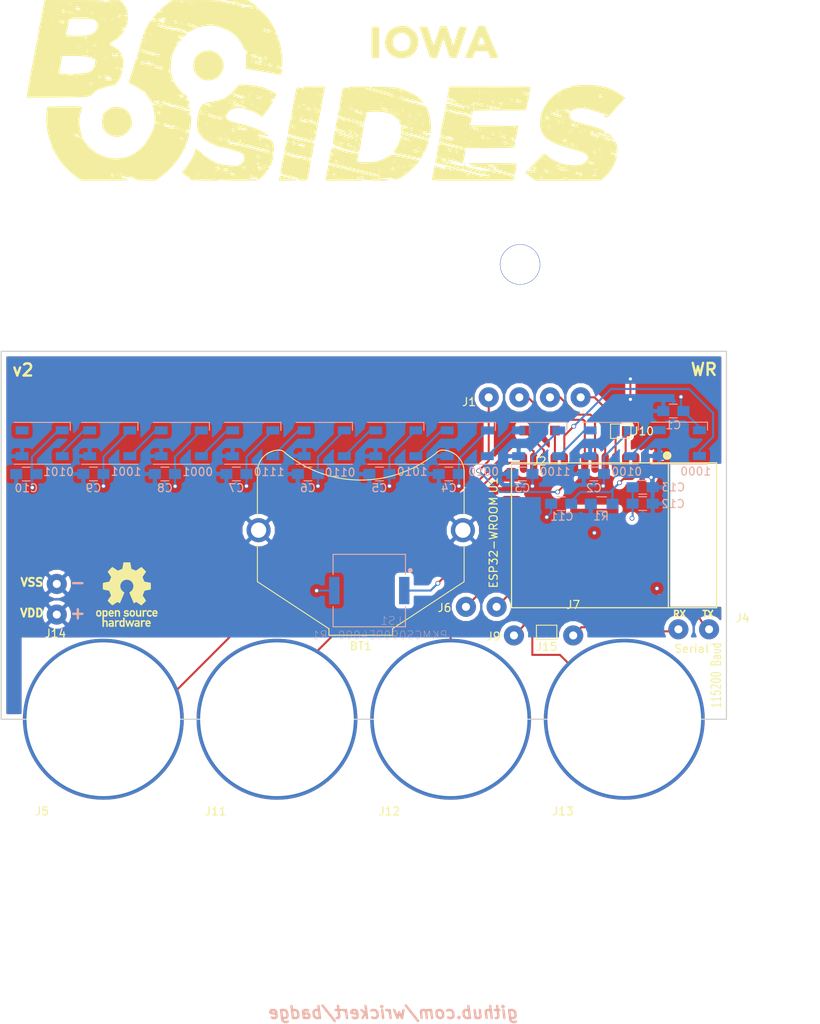
<source format=kicad_pcb>
(kicad_pcb (version 20171130) (host pcbnew 5.0.1)
  (layers (0 F.Cu signal) (31 B.Cu signal) (34 B.Paste user) (35 F.Paste user) (36 B.SilkS user) (37 F.SilkS user) (38 B.Mask user) (39 F.Mask user hide) (44 Edge.Cuts user))
  (net 0 "")
  (net 1 VDD)
  (net 2 VSS)
  (net 3 SPI)
  (net 4 "Net-(LED1-Pad2)")
  (net 5 "Net-(LED2-Pad2)")
  (net 6 "Net-(LED3-Pad2)")
  (net 7 "Net-(LED4-Pad2)")
  (net 8 "Net-(LED5-Pad2)")
  (net 9 "Net-(LED6-Pad2)")
  (net 10 "Net-(LED7-Pad2)")
  (net 11 "Net-(LED8-Pad2)")
  (net 12 "Net-(LED10-Pad4)")
  (net 13 "Net-(LED10-Pad2)")
  (net 14 IO23)
  (net 15 IO22)
  (net 16 TX)
  (net 17 RX)
  (net 18 IO21)
  (net 19 "Net-(U1-Pad32)")
  (net 20 IO19)
  (net 21 IO18)
  (net 22 IO5)
  (net 23 IO17)
  (net 24 IO16)
  (net 25 P0)
  (net 26 IO0)
  (net 27 P3)
  (net 28 SD1)
  (net 29 SD0)
  (net 30 CLK)
  (net 31 CMD)
  (net 32 SD3)
  (net 33 SD2)
  (net 34 IO13)
  (net 35 P1)
  (net 36 IO27)
  (net 37 IO26)
  (net 38 IO33)
  (net 39 IO32)
  (net 40 IO35)
  (net 41 IO34)
  (net 42 VN)
  (net 43 VP)
  (net 44 "Net-(C11-Pad1)")
  (net 45 P2)
  (net 46 GND)
  (module ESP32-footprints-Lib:ESP32-WROOM (layer F.Cu) (at 157.48 119.38 90)
    (fp_text reference U1 (at 6.223 -14.986 90) (layer F.SilkS))
    (fp_text value ESP32-WROOM)
    (fp_text user ESP32-WROOM (at -0.889 -14.986 270) (layer F.SilkS))
    (pad 38 smd oval (at -9 5.25 90) (size 2.5 0.9) (layers F.Cu F.Paste F.Mask) (net 2 VSS))
    (pad 37 smd oval (at -9 3.98 90) (size 2.5 0.9) (layers F.Cu F.Paste F.Mask) (net 14 IO23))
    (pad 36 smd oval (at -9 2.71 90) (size 2.5 0.9) (layers F.Cu F.Paste F.Mask) (net 15 IO22))
    (pad 35 smd oval (at -9 1.44 90) (size 2.5 0.9) (layers F.Cu F.Paste F.Mask) (net 16 TX))
    (pad 34 smd oval (at -9 0.17 90) (size 2.5 0.9) (layers F.Cu F.Paste F.Mask) (net 17 RX))
    (pad 33 smd oval (at -9 -1.1 90) (size 2.5 0.9) (layers F.Cu F.Paste F.Mask) (net 18 IO21))
    (pad 32 smd oval (at -9 -2.37 90) (size 2.5 0.9) (layers F.Cu F.Paste F.Mask) (net 19 "Net-(U1-Pad32)"))
    (pad 31 smd oval (at -9 -3.64 90) (size 2.5 0.9) (layers F.Cu F.Paste F.Mask) (net 20 IO19))
    (pad 30 smd oval (at -9 -4.91 90) (size 2.5 0.9) (layers F.Cu F.Paste F.Mask) (net 21 IO18))
    (pad 29 smd oval (at -9 -6.18 90) (size 2.5 0.9) (layers F.Cu F.Paste F.Mask) (net 22 IO5))
    (pad 28 smd oval (at -9 -7.45 90) (size 2.5 0.9) (layers F.Cu F.Paste F.Mask) (net 23 IO17))
    (pad 27 smd oval (at -9 -8.72 90) (size 2.5 0.9) (layers F.Cu F.Paste F.Mask) (net 24 IO16))
    (pad 26 smd oval (at -9 -9.99 90) (size 2.5 0.9) (layers F.Cu F.Paste F.Mask) (net 25 P0))
    (pad 25 smd oval (at -9 -11.26 90) (size 2.5 0.9) (layers F.Cu F.Paste F.Mask) (net 26 IO0))
    (pad 24 smd oval (at -5.715 -12.75 90) (size 0.9 2.5) (layers F.Cu F.Paste F.Mask) (net 2 VSS))
    (pad 23 smd oval (at -4.445 -12.75 90) (size 0.9 2.5) (layers F.Cu F.Paste F.Mask) (net 35 P1))
    (pad 22 smd oval (at -3.175 -12.75 90) (size 0.9 2.5) (layers F.Cu F.Paste F.Mask) (net 28 SD1))
    (pad 21 smd oval (at -1.905 -12.75 90) (size 0.9 2.5) (layers F.Cu F.Paste F.Mask) (net 29 SD0))
    (pad 20 smd oval (at -0.635 -12.75 90) (size 0.9 2.5) (layers F.Cu F.Paste F.Mask) (net 30 CLK))
    (pad 19 smd oval (at 0.635 -12.75 90) (size 0.9 2.5) (layers F.Cu F.Paste F.Mask) (net 31 CMD))
    (pad 18 smd oval (at 1.905 -12.75 90) (size 0.9 2.5) (layers F.Cu F.Paste F.Mask) (net 32 SD3))
    (pad 17 smd oval (at 3.175 -12.75 90) (size 0.9 2.5) (layers F.Cu F.Paste F.Mask) (net 33 SD2))
    (pad 16 smd oval (at 4.445 -12.75 90) (size 0.9 2.5) (layers F.Cu F.Paste F.Mask) (net 34 IO13))
    (pad 15 smd oval (at 5.715 -12.75 90) (size 0.9 2.5) (layers F.Cu F.Paste F.Mask) (net 2 VSS))
    (pad 14 smd oval (at 9 -11.26 90) (size 2.5 0.9) (layers F.Cu F.Paste F.Mask) (net 45 P2))
    (pad 13 smd oval (at 9 -9.99 90) (size 2.5 0.9) (layers F.Cu F.Paste F.Mask) (net 27 P3))
    (pad 12 smd oval (at 9 -8.72 90) (size 2.5 0.9) (layers F.Cu F.Paste F.Mask) (net 36 IO27))
    (pad 11 smd oval (at 9 -7.45 90) (size 2.5 0.9) (layers F.Cu F.Paste F.Mask) (net 37 IO26))
    (pad 10 smd oval (at 9 -6.18 90) (size 2.5 0.9) (layers F.Cu F.Paste F.Mask) (net 3 SPI))
    (pad 9 smd oval (at 9 -4.91 90) (size 2.5 0.9) (layers F.Cu F.Paste F.Mask) (net 38 IO33))
    (pad 8 smd oval (at 9 -3.64 90) (size 2.5 0.9) (layers F.Cu F.Paste F.Mask) (net 39 IO32))
    (pad 7 smd oval (at 9 -2.37 90) (size 2.5 0.9) (layers F.Cu F.Paste F.Mask) (net 40 IO35))
    (pad 6 smd oval (at 9 -1.1 90) (size 2.5 0.9) (layers F.Cu F.Paste F.Mask) (net 41 IO34))
    (pad 5 smd oval (at 9 0.17 90) (size 2.5 0.9) (layers F.Cu F.Paste F.Mask) (net 42 VN))
    (pad 4 smd oval (at 9 1.44 90) (size 2.5 0.9) (layers F.Cu F.Paste F.Mask) (net 43 VP))
    (pad 3 smd oval (at 9 2.71 90) (size 2.5 0.9) (layers F.Cu F.Paste F.Mask) (net 44 "Net-(C11-Pad1)"))
    (pad 2 smd oval (at 9 3.98 90) (size 2.5 0.9) (layers F.Cu F.Paste F.Mask) (net 1 VDD))
    (pad 1 smd oval (at 9 5.25 90) (size 2.5 0.9) (layers F.Cu F.Paste F.Mask) (net 2 VSS))
    (pad 39 smd rect (at 0.3 -2.45 90) (size 6 6) (layers F.Cu F.Paste F.Mask) (net 2 VSS))
  )
  (module LEDs:LED_WS2812B-PLCC4 (layer B.Cu) (at 86.37 107.947)
    (fp_text reference 0101 (at 2.032 3.556) (layer B.SilkS) (effects (justify mirror)))
    (fp_text value WS2812B)
    (pad 3 smd rect (at 2.5 -1.6) (size 1.6 1) (layers B.Cu B.Paste B.Mask) (net 2 VSS))
    (pad 4 smd rect (at 2.5 1.6) (size 1.6 1) (layers B.Cu B.Paste B.Mask) (net 12 "Net-(LED10-Pad4)"))
    (pad 2 smd rect (at -2.5 -1.6) (size 1.6 1) (layers B.Cu B.Paste B.Mask) (net 13 "Net-(LED10-Pad2)"))
    (pad 1 smd rect (at -2.5 1.6) (size 1.6 1) (layers B.Cu B.Paste B.Mask) (net 1 VDD))
  )
  (module LEDs:LED_WS2812B-PLCC4 (layer B.Cu) (at 103.665 107.95)
    (fp_text reference 0001 (at 2.04724 3.556) (layer B.SilkS) (effects (justify mirror)))
    (fp_text value WS2812B)
    (pad 3 smd rect (at 2.5 -1.6) (size 1.6 1) (layers B.Cu B.Paste B.Mask) (net 2 VSS))
    (pad 4 smd rect (at 2.5 1.6) (size 1.6 1) (layers B.Cu B.Paste B.Mask) (net 10 "Net-(LED7-Pad2)"))
    (pad 2 smd rect (at -2.5 -1.6) (size 1.6 1) (layers B.Cu B.Paste B.Mask) (net 11 "Net-(LED8-Pad2)"))
    (pad 1 smd rect (at -2.5 1.6) (size 1.6 1) (layers B.Cu B.Paste B.Mask) (net 1 VDD))
  )
  (module LEDs:LED_WS2812B-PLCC4 (layer B.Cu) (at 157.005 107.95)
    (fp_text reference 0100 (at 2.04724 3.52044) (layer B.SilkS) (effects (justify mirror)))
    (fp_text value WS2812B)
    (pad 3 smd rect (at 2.5 -1.6) (size 1.6 1) (layers B.Cu B.Paste B.Mask) (net 2 VSS))
    (pad 4 smd rect (at 2.5 1.6) (size 1.6 1) (layers B.Cu B.Paste B.Mask) (net 4 "Net-(LED1-Pad2)"))
    (pad 2 smd rect (at -2.5 -1.6) (size 1.6 1) (layers B.Cu B.Paste B.Mask) (net 5 "Net-(LED2-Pad2)"))
    (pad 1 smd rect (at -2.5 1.6) (size 1.6 1) (layers B.Cu B.Paste B.Mask) (net 1 VDD))
  )
  (module Battery_Holders:Keystone_3009_1x2450-CoinCell (layer F.Cu) (at 125.984 118.745 180)
    (fp_text reference BT1 (at 0 -14.4 180) (layer F.SilkS))
    (fp_text value Battery_Cell)
    (pad 1 thru_hole circle (at -12.7 0 180) (size 3 3) (drill 1.9) (layers *.Cu *.Mask) (net 1 VDD))
    (pad 1 thru_hole circle (at 12.7 0 180) (size 3 3) (drill 1.9) (layers *.Cu *.Mask) (net 1 VDD))
    (pad 2 smd rect (at 0 0 180) (size 8 8) (layers F.Cu F.Mask) (net 2 VSS))
  )
  (module Capacitors_SMD:C_0805_HandSoldering (layer B.Cu) (at 164.85 103.937)
    (fp_text reference C1 (at 0 1.75) (layer B.SilkS) (effects (justify mirror)))
    (fp_text value 0.1uF)
    (pad 1 smd rect (at -1.25 0) (size 1.5 1.25) (layers B.Cu B.Paste B.Mask) (net 1 VDD))
    (pad 2 smd rect (at 1.25 0) (size 1.5 1.25) (layers B.Cu B.Paste B.Mask) (net 2 VSS))
  )
  (module Capacitors_SMD:C_0805_HandSoldering (layer B.Cu) (at 154.973 111.76)
    (fp_text reference C2 (at 0 1.75) (layer B.SilkS) (effects (justify mirror)))
    (fp_text value 0.1uF)
    (pad 1 smd rect (at -1.25 0) (size 1.5 1.25) (layers B.Cu B.Paste B.Mask) (net 1 VDD))
    (pad 2 smd rect (at 1.25 0) (size 1.5 1.25) (layers B.Cu B.Paste B.Mask) (net 2 VSS))
  )
  (module Capacitors_SMD:C_0805_HandSoldering (layer B.Cu) (at 146.083 111.76)
    (fp_text reference C3 (at 0 1.75) (layer B.SilkS) (effects (justify mirror)))
    (fp_text value 0.1uF)
    (pad 1 smd rect (at -1.25 0) (size 1.5 1.25) (layers B.Cu B.Paste B.Mask) (net 1 VDD))
    (pad 2 smd rect (at 1.25 0) (size 1.5 1.25) (layers B.Cu B.Paste B.Mask) (net 2 VSS))
  )
  (module Capacitors_SMD:C_0805_HandSoldering (layer B.Cu) (at 136.939 111.76)
    (fp_text reference C4 (at 0 1.75) (layer B.SilkS) (effects (justify mirror)))
    (fp_text value 0.1uF)
    (pad 1 smd rect (at -1.25 0) (size 1.5 1.25) (layers B.Cu B.Paste B.Mask) (net 1 VDD))
    (pad 2 smd rect (at 1.25 0) (size 1.5 1.25) (layers B.Cu B.Paste B.Mask) (net 2 VSS))
  )
  (module Capacitors_SMD:C_0805_HandSoldering (layer B.Cu) (at 128.303 111.76)
    (fp_text reference C5 (at 0 1.75) (layer B.SilkS) (effects (justify mirror)))
    (fp_text value 0.1uF)
    (pad 1 smd rect (at -1.25 0) (size 1.5 1.25) (layers B.Cu B.Paste B.Mask) (net 1 VDD))
    (pad 2 smd rect (at 1.25 0) (size 1.5 1.25) (layers B.Cu B.Paste B.Mask) (net 2 VSS))
  )
  (module Capacitors_SMD:C_0805_HandSoldering (layer B.Cu) (at 119.413 111.76)
    (fp_text reference C6 (at 0 1.75) (layer B.SilkS) (effects (justify mirror)))
    (fp_text value 0.1uF)
    (pad 1 smd rect (at -1.25 0) (size 1.5 1.25) (layers B.Cu B.Paste B.Mask) (net 1 VDD))
    (pad 2 smd rect (at 1.25 0) (size 1.5 1.25) (layers B.Cu B.Paste B.Mask) (net 2 VSS))
  )
  (module Capacitors_SMD:C_0805_HandSoldering (layer B.Cu) (at 110.523 111.76)
    (fp_text reference C7 (at 0 1.75) (layer B.SilkS) (effects (justify mirror)))
    (fp_text value 0.1uF)
    (pad 1 smd rect (at -1.25 0) (size 1.5 1.25) (layers B.Cu B.Paste B.Mask) (net 1 VDD))
    (pad 2 smd rect (at 1.25 0) (size 1.5 1.25) (layers B.Cu B.Paste B.Mask) (net 2 VSS))
  )
  (module Capacitors_SMD:C_0805_HandSoldering (layer B.Cu) (at 101.633 111.76)
    (fp_text reference C8 (at 0 1.75) (layer B.SilkS) (effects (justify mirror)))
    (fp_text value 0.1uF)
    (pad 1 smd rect (at -1.25 0) (size 1.5 1.25) (layers B.Cu B.Paste B.Mask) (net 1 VDD))
    (pad 2 smd rect (at 1.25 0) (size 1.5 1.25) (layers B.Cu B.Paste B.Mask) (net 2 VSS))
  )
  (module Capacitors_SMD:C_0805_HandSoldering (layer B.Cu) (at 92.743 111.76)
    (fp_text reference C9 (at 0 1.75) (layer B.SilkS) (effects (justify mirror)))
    (fp_text value 0.1uF)
    (pad 1 smd rect (at -1.25 0) (size 1.5 1.25) (layers B.Cu B.Paste B.Mask) (net 1 VDD))
    (pad 2 smd rect (at 1.25 0) (size 1.5 1.25) (layers B.Cu B.Paste B.Mask) (net 2 VSS))
  )
  (module Capacitors_SMD:C_0805_HandSoldering (layer B.Cu) (at 84.395 111.772)
    (fp_text reference C10 (at 0 1.75) (layer B.SilkS) (effects (justify mirror)))
    (fp_text value 0.1uF)
    (pad 1 smd rect (at -1.25 0) (size 1.5 1.25) (layers B.Cu B.Paste B.Mask) (net 1 VDD))
    (pad 2 smd rect (at 1.25 0) (size 1.5 1.25) (layers B.Cu B.Paste B.Mask) (net 2 VSS))
  )
  (module Capacitors_SMD:C_0805_HandSoldering (layer B.Cu) (at 150.9 115.457 180)
    (fp_text reference C11 (at -0.09144 -1.59004 180) (layer B.SilkS) (effects (justify mirror)))
    (fp_text value 0.1uF)
    (pad 1 smd rect (at -1.25 0 180) (size 1.5 1.25) (layers B.Cu B.Paste B.Mask) (net 44 "Net-(C11-Pad1)"))
    (pad 2 smd rect (at 1.25 0 180) (size 1.5 1.25) (layers B.Cu B.Paste B.Mask) (net 2 VSS))
  )
  (module Capacitors_SMD:C_0805_HandSoldering (layer B.Cu) (at 161.036 115.443)
    (fp_text reference C12 (at 3.784 0.034) (layer B.SilkS) (effects (justify mirror)))
    (fp_text value 0.1uF)
    (pad 1 smd rect (at -1.25 0) (size 1.5 1.25) (layers B.Cu B.Paste B.Mask) (net 46 GND))
    (pad 2 smd rect (at 1.25 0) (size 1.5 1.25) (layers B.Cu B.Paste B.Mask) (net 1 VDD))
  )
  (module Capacitors_SMD:C_0805_HandSoldering (layer B.Cu) (at 161.036 113.411)
    (fp_text reference C13 (at 3.814 -0.004) (layer B.SilkS) (effects (justify mirror)))
    (fp_text value 10uF)
    (pad 1 smd rect (at -1.25 0) (size 1.5 1.25) (layers B.Cu B.Paste B.Mask) (net 46 GND))
    (pad 2 smd rect (at 1.25 0) (size 1.5 1.25) (layers B.Cu B.Paste B.Mask) (net 1 VDD))
  )
  (module LEDs:LED_WS2812B-PLCC4 (layer B.Cu) (at 165.595 107.922)
    (fp_text reference 1000 (at 2.032 3.52044) (layer B.SilkS) (effects (justify mirror)))
    (fp_text value WS2812B)
    (pad 3 smd rect (at 2.5 -1.6) (size 1.6 1) (layers B.Cu B.Paste B.Mask) (net 2 VSS))
    (pad 4 smd rect (at 2.5 1.6) (size 1.6 1) (layers B.Cu B.Paste B.Mask) (net 3 SPI))
    (pad 2 smd rect (at -2.5 -1.6) (size 1.6 1) (layers B.Cu B.Paste B.Mask) (net 4 "Net-(LED1-Pad2)"))
    (pad 1 smd rect (at -2.5 1.6) (size 1.6 1) (layers B.Cu B.Paste B.Mask) (net 1 VDD))
  )
  (module LEDs:LED_WS2812B-PLCC4 (layer B.Cu) (at 148.115 107.95)
    (fp_text reference 1100 (at 2.02184 3.52044) (layer B.SilkS) (effects (justify mirror)))
    (fp_text value WS2812B)
    (pad 3 smd rect (at 2.5 -1.6) (size 1.6 1) (layers B.Cu B.Paste B.Mask) (net 2 VSS))
    (pad 4 smd rect (at 2.5 1.6) (size 1.6 1) (layers B.Cu B.Paste B.Mask) (net 5 "Net-(LED2-Pad2)"))
    (pad 2 smd rect (at -2.5 -1.6) (size 1.6 1) (layers B.Cu B.Paste B.Mask) (net 6 "Net-(LED3-Pad2)"))
    (pad 1 smd rect (at -2.5 1.6) (size 1.6 1) (layers B.Cu B.Paste B.Mask) (net 1 VDD))
  )
  (module LEDs:LED_WS2812B-PLCC4 (layer B.Cu) (at 139.225 107.95)
    (fp_text reference 0010 (at 2.032 3.52044) (layer B.SilkS) (effects (justify mirror)))
    (fp_text value WS2812B)
    (pad 3 smd rect (at 2.5 -1.6) (size 1.6 1) (layers B.Cu B.Paste B.Mask) (net 2 VSS))
    (pad 4 smd rect (at 2.5 1.6) (size 1.6 1) (layers B.Cu B.Paste B.Mask) (net 6 "Net-(LED3-Pad2)"))
    (pad 2 smd rect (at -2.5 -1.6) (size 1.6 1) (layers B.Cu B.Paste B.Mask) (net 7 "Net-(LED4-Pad2)"))
    (pad 1 smd rect (at -2.5 1.6) (size 1.6 1) (layers B.Cu B.Paste B.Mask) (net 1 VDD))
  )
  (module LEDs:LED_WS2812B-PLCC4 (layer B.Cu) (at 130.335 107.95)
    (fp_text reference 1010 (at 2.04724 3.52044) (layer B.SilkS) (effects (justify mirror)))
    (fp_text value WS2812B)
    (pad 3 smd rect (at 2.5 -1.6) (size 1.6 1) (layers B.Cu B.Paste B.Mask) (net 2 VSS))
    (pad 4 smd rect (at 2.5 1.6) (size 1.6 1) (layers B.Cu B.Paste B.Mask) (net 7 "Net-(LED4-Pad2)"))
    (pad 2 smd rect (at -2.5 -1.6) (size 1.6 1) (layers B.Cu B.Paste B.Mask) (net 8 "Net-(LED5-Pad2)"))
    (pad 1 smd rect (at -2.5 1.6) (size 1.6 1) (layers B.Cu B.Paste B.Mask) (net 1 VDD))
  )
  (module LEDs:LED_WS2812B-PLCC4 (layer B.Cu) (at 121.445 107.95)
    (fp_text reference 0110 (at 1.96596 3.62204) (layer B.SilkS) (effects (justify mirror)))
    (fp_text value WS2812B)
    (pad 3 smd rect (at 2.5 -1.6) (size 1.6 1) (layers B.Cu B.Paste B.Mask) (net 2 VSS))
    (pad 4 smd rect (at 2.5 1.6) (size 1.6 1) (layers B.Cu B.Paste B.Mask) (net 8 "Net-(LED5-Pad2)"))
    (pad 2 smd rect (at -2.5 -1.6) (size 1.6 1) (layers B.Cu B.Paste B.Mask) (net 9 "Net-(LED6-Pad2)"))
    (pad 1 smd rect (at -2.5 1.6) (size 1.6 1) (layers B.Cu B.Paste B.Mask) (net 1 VDD))
  )
  (module LEDs:LED_WS2812B-PLCC4 (layer B.Cu) (at 112.555 107.95)
    (fp_text reference 1110 (at 2.032 3.556) (layer B.SilkS) (effects (justify mirror)))
    (fp_text value WS2812B)
    (pad 3 smd rect (at 2.5 -1.6) (size 1.6 1) (layers B.Cu B.Paste B.Mask) (net 2 VSS))
    (pad 4 smd rect (at 2.5 1.6) (size 1.6 1) (layers B.Cu B.Paste B.Mask) (net 9 "Net-(LED6-Pad2)"))
    (pad 2 smd rect (at -2.5 -1.6) (size 1.6 1) (layers B.Cu B.Paste B.Mask) (net 10 "Net-(LED7-Pad2)"))
    (pad 1 smd rect (at -2.5 1.6) (size 1.6 1) (layers B.Cu B.Paste B.Mask) (net 1 VDD))
  )
  (module LEDs:LED_WS2812B-PLCC4 (layer B.Cu) (at 94.775 107.95)
    (fp_text reference 1001 (at 2.02184 3.52044) (layer B.SilkS) (effects (justify mirror)))
    (fp_text value WS2812B)
    (pad 3 smd rect (at 2.5 -1.6) (size 1.6 1) (layers B.Cu B.Paste B.Mask) (net 2 VSS))
    (pad 4 smd rect (at 2.5 1.6) (size 1.6 1) (layers B.Cu B.Paste B.Mask) (net 11 "Net-(LED8-Pad2)"))
    (pad 2 smd rect (at -2.5 -1.6) (size 1.6 1) (layers B.Cu B.Paste B.Mask) (net 12 "Net-(LED10-Pad4)"))
    (pad 1 smd rect (at -2.5 1.6) (size 1.6 1) (layers B.Cu B.Paste B.Mask) (net 1 VDD))
  )
  (module Resistors_SMD:R_0805_HandSoldering (layer B.Cu) (at 155.94 115.477)
    (fp_text reference R1 (at -0.0762 1.5494) (layer B.SilkS) (effects (justify mirror)))
    (fp_text value 10k)
    (pad 1 smd rect (at -1.35 0) (size 1.5 1.3) (layers B.Cu B.Paste B.Mask) (net 1 VDD))
    (pad 2 smd rect (at 1.35 0) (size 1.5 1.3) (layers B.Cu B.Paste B.Mask) (net 44 "Net-(C11-Pad1)"))
  )
  (module Wire_Pads:Penny (layer F.Cu) (at 93.98 142.24)
    (fp_text reference J5 (at -7.62 11.43) (layer F.SilkS))
    (fp_text value Penny3)
    (pad 1 thru_hole circle (at 0 0) (size 20 20) (drill 19.1) (layers *.Mask F.Cu) (net 27 P3))
  )
  (module Wire_Pads:Penny (layer F.Cu) (at 115.57 142.24)
    (fp_text reference J11 (at -7.62 11.43) (layer F.SilkS))
    (fp_text value Penny2)
    (pad 1 thru_hole circle (at 0 0) (size 20 20) (drill 19.1) (layers *.Mask F.Cu) (net 45 P2))
  )
  (module Wire_Pads:Penny (layer F.Cu) (at 137.16 142.24)
    (fp_text reference J12 (at -7.62 11.43) (layer F.SilkS))
    (fp_text value Penny1)
    (pad 1 thru_hole circle (at 0 0) (size 20 20) (drill 19.1) (layers *.Mask F.Cu) (net 35 P1))
  )
  (module Wire_Pads:Penny (layer F.Cu) (at 158.75 142.24)
    (fp_text reference J13 (at -7.62 11.43) (layer F.SilkS))
    (fp_text value Penny0)
    (pad 1 thru_hole circle (at 0 0) (size 20 20) (drill 19.1) (layers *.Mask F.Cu) (net 25 P0))
  )
  (module Wire_Pads:SolderWirePad_4xInline_1mmDrill (layer F.Cu) (at 147.61 102.237)
    (fp_text reference J1 (at -8.16 0.58) (layer F.SilkS))
    (fp_text value Left2)
    (pad 1 thru_hole circle (at -5.715 0) (size 2.49936 2.49936) (drill 1.00076) (layers *.Cu *.Mask) (net 38 IO33))
    (pad 1 thru_hole circle (at -1.905 0) (size 2.49936 2.49936) (drill 1.00076) (layers *.Cu *.Mask) (net 39 IO32))
    (pad 1 thru_hole circle (at 1.905 0) (size 2.49936 2.49936) (drill 1.00076) (layers *.Cu *.Mask) (net 40 IO35))
    (pad 1 thru_hole circle (at 5.715 0) (size 2.49936 2.49936) (drill 1.00076) (layers *.Cu *.Mask) (net 41 IO34))
  )
  (module Wire_Pads:SolderWirePad_2x_1mmDrill (layer F.Cu) (at 148.22 106.367 180)
    (fp_text reference J2 (at 0 -3.81 180) (layer F.SilkS))
    (fp_text value Left3)
    (pad 1 smd rect (at -1.905 0 180) (size 1.2 1.2) (layers F.Cu F.Paste F.Mask) (net 37 IO26))
    (pad 1 smd rect (at 1.905 0 180) (size 1.2 1.2) (layers F.Cu F.Paste F.Mask) (net 36 IO27))
  )
  (module Wire_Pads:SolderWirePad_2x_1mmDrill (layer F.Cu) (at 167.386 131.064)
    (fp_text reference J4 (at 6.096 -1.397) (layer F.SilkS))
    (fp_text value Serial (at -0.254 2.413) (layer F.SilkS))
    (pad 1 thru_hole circle (at -1.905 0) (size 2.49936 2.49936) (drill 1.00076) (layers *.Cu *.Mask) (net 17 RX))
    (pad 1 thru_hole circle (at 1.905 0) (size 2.49936 2.49936) (drill 1.00076) (layers *.Cu *.Mask) (net 16 TX))
  )
  (module Wire_Pads:SolderWirePad_2x_1mmDrill (layer F.Cu) (at 140.97 128.27)
    (fp_text reference J6 (at -4.572 0.127) (layer F.SilkS))
    (fp_text value Right1)
    (pad 1 thru_hole circle (at -1.905 0) (size 2.49936 2.49936) (drill 1.00076) (layers *.Cu *.Mask) (net 14 IO23))
    (pad 1 thru_hole circle (at 1.905 0) (size 2.49936 2.49936) (drill 1.00076) (layers *.Cu *.Mask) (net 15 IO22))
  )
  (module Wire_Pads:SolderWirePad_single_1mmDrill (layer F.Cu) (at 152.4 131.826)
    (fp_text reference J7 (at 0 -3.81) (layer F.SilkS))
    (fp_text value Right2)
    (pad 1 thru_hole circle (at 0 0) (size 2.49936 2.49936) (drill 1.00076) (layers *.Cu *.Mask) (net 18 IO21))
  )
  (module Wire_Pads:SolderWirePad_single_1mmDrill (layer F.Cu) (at 145.034 131.826)
    (fp_text reference J9 (at -2.54 0.127) (layer F.SilkS))
    (fp_text value Right4)
    (pad 1 thru_hole circle (at 0 0) (size 2.49936 2.49936) (drill 1.00076) (layers *.Cu *.Mask) (net 26 IO0))
  )
  (module Connectors:GS2 (layer F.Cu) (at 158.31 106.447 90)
    (fp_text reference J10 (at 0 2.794 180) (layer F.SilkS))
    (fp_text value Left1)
    (pad 1 smd rect (at 0 -0.64 90) (size 1.27 0.97) (layers F.Cu F.Paste F.Mask) (net 42 VN))
    (pad 2 smd rect (at 0 0.64 90) (size 1.27 0.97) (layers F.Cu F.Paste F.Mask) (net 43 VP))
  )
  (module Wire_Pads:SolderWirePad_2x_1mmDrill (layer F.Cu) (at 88.1888 127.3302 90)
    (fp_text reference J14 (at -4.2668 -0.1688 180) (layer F.SilkS))
    (fp_text value Power)
    (pad 1 thru_hole circle (at -1.905 0 90) (size 2.49936 2.49936) (drill 1.00076) (layers *.Cu *.Mask) (net 1 VDD))
    (pad 1 thru_hole circle (at 1.905 0 90) (size 2.49936 2.49936) (drill 1.00076) (layers *.Cu *.Mask) (net 1 VDD))
  )
  (module Connectors:GS2 (layer F.Cu) (at 149.098 131.445 270)
    (fp_text reference J15 (at 1.78 0) (layer F.SilkS))
    (fp_text value Right5)
    (pad 1 smd rect (at 0 -0.64 270) (size 1.27 0.97) (layers F.Cu F.Paste F.Mask) (net 23 IO17))
    (pad 2 smd rect (at 0 0.64 270) (size 1.27 0.97) (layers F.Cu F.Paste F.Mask) (net 24 IO16))
  )
  (module PKMCS0909E4000-R1:XDCR_PKMCS0909E4000-R1 (layer B.Cu) (at 127.045 126.247 180)
    (fp_text reference LS1 (at -2.725 -3.75 180) (layer B.SilkS) (effects (font (size 1.00189 1.00189) (thickness 0.05)) (justify mirror)))
    (fp_text value PKMCS0909E4000-R1 (at -1.31106 -5.54064 180) (layer B.SilkS) (effects (font (size 1.00465 1.00465) (thickness 0.05)) (justify mirror)))
    (pad 1 smd rect (at -4.35 0 180) (size 1.3 3.4) (layers B.Cu B.Paste B.Mask) (net 34 IO13))
    (pad 2 smd rect (at 4.35 0 180) (size 1.3 3.4) (layers B.Cu B.Paste B.Mask) (net 2 VSS))
  )
  (module Symbols:OSHW-Logo_7.5x8mm_SilkScreen (layer F.Cu) (at 96.895 126.747)
    (fp_text reference REF*** hide)
    (fp_text value OSHW-Logo_7.5x8mm_SilkScreen hide)
  )
  (module Connectors:1pin (layer F.Cu) (at 145.796 85.725)
    (fp_text reference "" (at 0.1 -4.575) (layer F.SilkS))
    (fp_text value 1pin)
    (pad 1 thru_hole circle (at 0 0) (size 5 5) (drill 4.9) (layers *.Cu *.Mask))
  )
  (module Badge:Bsides (layer F.Cu) (at 126.492 64.389)
    (fp_text reference G*** hide)
    (fp_text value LOGO hide)
  )
  (gr_text WR (at 168.656 98.7806) (layer F.SilkS) (effects (font (size 1.5 1.5) (thickness 0.3))))
  (gr_text "v2\n" (at 83.99 98.847) (layer F.SilkS) (effects (font (size 1.5 1.5) (thickness 0.3))))
  (gr_text "115200 Baud" (at 170.18 136.779 90) (layer F.SilkS) (effects (font (size 1.2 0.8) (thickness 0.125))))
  (gr_text RX (at 165.608 129.159) (layer F.SilkS) (effects (font (size 0.8 0.8) (thickness 0.2))))
  (gr_text TX (at 169.164 129.159) (layer F.SilkS) (effects (font (size 0.8 0.8) (thickness 0.2))))
  (gr_text github.com/wrickert/badge (at 130.048 178.689) (layer B.SilkS) (effects (font (size 1.5 1.5) (thickness 0.3) italic) (justify mirror)))
  (gr_text + (at 90.805 129.032) (layer B.SilkS) (effects (font (size 1.5 1.5) (thickness 0.3)) (justify mirror)))
  (gr_text "-\n" (at 90.805 125.222) (layer B.SilkS) (effects (font (size 1.5 1.5) (thickness 0.3)) (justify mirror)))
  (gr_text "VDD\n" (at 85.09 129.032) (layer F.SilkS) (effects (font (size 1 1) (thickness 0.25))))
  (gr_text "VSS\n" (at 85.09 125.222) (layer F.SilkS) (effects (font (size 1 1) (thickness 0.25))))
  (gr_line (start 81.28 142.24) (end 81.28 96.52) (angle 90) (layer Edge.Cuts) (width 0.15))
  (gr_line (start 171.45 142.24) (end 81.28 142.24) (angle 90) (layer Edge.Cuts) (width 0.15))
  (gr_line (start 171.45 96.52) (end 171.45 142.24) (angle 90) (layer Edge.Cuts) (width 0.15))
  (gr_line (start 81.28 96.52) (end 171.45 96.52) (angle 90) (layer Edge.Cuts) (width 0.15))
  (via (at 159.512 102.489) (size 0.6) (drill 0.4) (layers F.Cu B.Cu) (net 1))
  (via (at 159.512 99.949) (size 0.6) (drill 0.4) (layers F.Cu B.Cu) (net 1))
  (segment (start 162.286 115.443) (end 162.286 113.411) (width 0.25) (layer B.Cu) (net 1))
  (segment (start 162.286 113.411) (end 162.09 113.215) (width 0.25) (layer B.Cu) (net 1))
  (segment (start 162.09 113.215) (end 162.09 112.187) (width 0.25) (layer B.Cu) (net 1))
  (via (at 162.09 112.187) (size 0.6) (drill 0.4) (layers F.Cu B.Cu) (net 1))
  (segment (start 162.09 112.187) (end 161.46 111.557) (width 0.25) (layer F.Cu) (net 1))
  (segment (start 161.46 111.557) (end 161.46 110.38) (width 0.25) (layer F.Cu) (net 1))
  (segment (start 83.385 109.55) (end 83.345 109.51) (width 0.25) (layer B.Cu) (net 1))
  (segment (start 163.395 109.55) (end 163.395 109.18) (width 0.25) (layer B.Cu) (net 1))
  (segment (start 161.46 110.38) (end 161.544 110.296) (width 0.25) (layer F.Cu) (net 1))
  (segment (start 92.275 109.55) (end 92.235 109.51) (width 0.25) (layer B.Cu) (net 1))
  (segment (start 101.165 109.55) (end 101.125 109.51) (width 0.25) (layer B.Cu) (net 1))
  (segment (start 110.055 109.55) (end 110.015 109.51) (width 0.25) (layer B.Cu) (net 1))
  (segment (start 118.945 109.55) (end 118.905 109.51) (width 0.25) (layer B.Cu) (net 1))
  (segment (start 127.835 109.55) (end 127.795 109.51) (width 0.25) (layer B.Cu) (net 1))
  (segment (start 136.725 109.55) (end 136.685 109.51) (width 0.25) (layer B.Cu) (net 1))
  (segment (start 145.615 109.55) (end 145.575 109.51) (width 0.25) (layer B.Cu) (net 1))
  (segment (start 154.505 109.55) (end 154.465 109.51) (width 0.25) (layer B.Cu) (net 1))
  (segment (start 159.786 115.443) (end 159.786 117.201) (width 0.25) (layer B.Cu) (net 46))
  (via (at 159.7152 117.2718) (size 0.6) (drill 0.4) (layers F.Cu B.Cu) (net 46))
  (segment (start 159.786 117.201) (end 159.7152 117.2718) (width 0.25) (layer B.Cu) (net 46))
  (segment (start 122.695 126.247) (end 120.514 126.247) (width 0.25) (layer B.Cu) (net 2))
  (segment (start 120.514 126.247) (end 120.4976 126.2634) (width 0.25) (layer B.Cu) (net 2))
  (via (at 120.4976 126.2634) (size 0.6) (drill 0.4) (layers F.Cu B.Cu) (net 2))
  (segment (start 168.095 106.322) (end 168.095 105.932) (width 0.25) (layer B.Cu) (net 2))
  (segment (start 168.095 105.932) (end 165.8 103.637) (width 0.25) (layer B.Cu) (net 2))
  (segment (start 165.8 103.637) (end 165.8 102.177) (width 0.25) (layer B.Cu) (net 2))
  (via (at 165.8 102.177) (size 0.6) (drill 0.4) (layers F.Cu B.Cu) (net 2))
  (segment (start 149.65 115.457) (end 149.65 116.587) (width 0.25) (layer B.Cu) (net 2))
  (via (at 149.11 117.127) (size 0.6) (drill 0.4) (layers F.Cu B.Cu) (net 2))
  (segment (start 149.65 116.587) (end 149.11 117.127) (width 0.25) (layer B.Cu) (net 2))
  (segment (start 94.013 113.284) (end 93.993 113.264) (width 0.25) (layer B.Cu) (net 2))
  (segment (start 93.993 113.264) (end 94.013 113.284) (width 0.25) (layer B.Cu) (net 2))
  (via (at 93.993 113.264) (size 0.6) (drill 0.4) (layers F.Cu B.Cu) (net 2))
  (segment (start 93.993 113.264) (end 93.995 113.266) (width 0.25) (layer F.Cu) (net 2))
  (segment (start 93.995 113.266) (end 93.995 113.272) (width 0.25) (layer F.Cu) (net 2))
  (segment (start 102.883 113.264) (end 102.903 113.284) (width 0.25) (layer B.Cu) (net 2))
  (via (at 102.903 113.284) (size 0.6) (drill 0.4) (layers F.Cu B.Cu) (net 2))
  (segment (start 102.895 113.292) (end 102.895 113.297) (width 0.25) (layer F.Cu) (net 2))
  (segment (start 102.903 113.284) (end 102.895 113.292) (width 0.25) (layer F.Cu) (net 2))
  (segment (start 102.883 109.632) (end 102.883 113.264) (width 0.25) (layer B.Cu) (net 2))
  (segment (start 106.165 106.35) (end 102.883 109.632) (width 0.25) (layer B.Cu) (net 2))
  (segment (start 102.883 113.264) (end 102.903 113.284) (width 0.25) (layer B.Cu) (net 2))
  (via (at 111.773 113.264) (size 0.6) (drill 0.4) (layers F.Cu B.Cu) (net 2))
  (segment (start 111.77 113.272) (end 111.77 113.267) (width 0.25) (layer F.Cu) (net 2))
  (segment (start 111.77 113.267) (end 111.773 113.264) (width 0.25) (layer F.Cu) (net 2))
  (segment (start 120.6705 113.2715) (end 120.663 113.264) (width 0.25) (layer B.Cu) (net 2))
  (via (at 120.663 113.264) (size 0.6) (drill 0.4) (layers F.Cu B.Cu) (net 2))
  (segment (start 120.67 113.271) (end 120.67 113.272) (width 0.25) (layer F.Cu) (net 2))
  (segment (start 120.663 113.264) (end 120.67 113.271) (width 0.25) (layer F.Cu) (net 2))
  (via (at 129.553 113.264) (size 0.6) (drill 0.4) (layers F.Cu B.Cu) (net 2))
  (segment (start 129.57 113.272) (end 129.561 113.272) (width 0.25) (layer F.Cu) (net 2))
  (segment (start 129.561 113.272) (end 129.553 113.264) (width 0.25) (layer F.Cu) (net 2))
  (via (at 138.189 113.264) (size 0.6) (drill 0.4) (layers F.Cu B.Cu) (net 2))
  (segment (start 138.195 113.272) (end 138.195 113.27) (width 0.25) (layer F.Cu) (net 2))
  (segment (start 138.195 113.27) (end 138.189 113.264) (width 0.25) (layer F.Cu) (net 2))
  (via (at 147.333 113.264) (size 0.6) (drill 0.4) (layers F.Cu B.Cu) (net 2))
  (segment (start 147.32 113.272) (end 147.325 113.272) (width 0.25) (layer F.Cu) (net 2))
  (segment (start 147.325 113.272) (end 147.333 113.264) (width 0.25) (layer F.Cu) (net 2))
  (segment (start 156.223 111.76) (end 156.223 113.144) (width 0.25) (layer B.Cu) (net 2))
  (via (at 156.12 113.247) (size 0.6) (drill 0.4) (layers F.Cu B.Cu) (net 2))
  (segment (start 156.223 113.144) (end 156.12 113.247) (width 0.25) (layer B.Cu) (net 2))
  (segment (start 85.123 113.284) (end 85.123 113.425) (width 0.25) (layer B.Cu) (net 2))
  (segment (start 85.123 111.78) (end 85.123 113.284) (width 0.25) (layer B.Cu) (net 2))
  (via (at 85.145 113.447) (size 0.6) (drill 0.4) (layers F.Cu B.Cu) (net 2))
  (segment (start 85.123 113.425) (end 85.145 113.447) (width 0.25) (layer B.Cu) (net 2))
  (segment (start 147.333 113.264) (end 147.353 113.284) (width 0.25) (layer B.Cu) (net 2))
  (segment (start 138.189 113.264) (end 138.209 113.284) (width 0.25) (layer B.Cu) (net 2))
  (segment (start 129.553 113.264) (end 129.573 113.284) (width 0.25) (layer B.Cu) (net 2))
  (segment (start 120.6705 113.2715) (end 120.683 113.284) (width 0.25) (layer B.Cu) (net 2))
  (segment (start 111.773 113.264) (end 111.793 113.284) (width 0.25) (layer B.Cu) (net 2))
  (segment (start 85.103 111.76) (end 85.123 111.78) (width 0.25) (layer B.Cu) (net 2))
  (segment (start 88.385 106.35) (end 85.103 109.632) (width 0.25) (layer B.Cu) (net 2))
  (segment (start 85.103 109.632) (end 85.103 111.76) (width 0.25) (layer B.Cu) (net 2))
  (segment (start 156.223 111.76) (end 156.243 111.74) (width 0.25) (layer B.Cu) (net 2))
  (segment (start 159.505 106.35) (end 156.223 109.632) (width 0.25) (layer B.Cu) (net 2))
  (segment (start 156.223 109.632) (end 156.223 111.76) (width 0.25) (layer B.Cu) (net 2))
  (segment (start 150.615 106.35) (end 147.333 109.632) (width 0.25) (layer B.Cu) (net 2))
  (segment (start 147.333 109.632) (end 147.333 113.264) (width 0.25) (layer B.Cu) (net 2))
  (segment (start 141.725 106.35) (end 138.189 109.886) (width 0.25) (layer B.Cu) (net 2))
  (segment (start 138.189 109.886) (end 138.189 113.264) (width 0.25) (layer B.Cu) (net 2))
  (segment (start 132.835 106.35) (end 129.553 109.632) (width 0.25) (layer B.Cu) (net 2))
  (segment (start 129.553 109.632) (end 129.553 113.264) (width 0.25) (layer B.Cu) (net 2))
  (segment (start 123.945 106.35) (end 120.663 109.632) (width 0.25) (layer B.Cu) (net 2))
  (segment (start 120.663 109.632) (end 120.663 113.264) (width 0.25) (layer B.Cu) (net 2))
  (segment (start 115.055 106.35) (end 111.773 109.632) (width 0.25) (layer B.Cu) (net 2))
  (segment (start 111.773 109.632) (end 111.773 113.264) (width 0.25) (layer B.Cu) (net 2))
  (segment (start 97.275 106.35) (end 93.993 109.632) (width 0.25) (layer B.Cu) (net 2))
  (segment (start 93.993 109.632) (end 93.993 113.264) (width 0.25) (layer B.Cu) (net 2))
  (segment (start 168.395 106.35) (end 168.435 106.39) (width 0.25) (layer B.Cu) (net 2))
  (segment (start 168.435 106.39) (end 168.435 106.68) (width 0.25) (layer B.Cu) (net 2))
  (segment (start 150.615 106.35) (end 150.655 106.39) (width 0.25) (layer B.Cu) (net 2))
  (segment (start 123.945 106.35) (end 123.985 106.39) (width 0.25) (layer B.Cu) (net 2))
  (segment (start 106.165 106.35) (end 105.86 106.045) (width 0.25) (layer B.Cu) (net 2))
  (segment (start 115.095 106.39) (end 115.055 106.35) (width 0.25) (layer B.Cu) (net 2))
  (segment (start 132.875 106.39) (end 132.835 106.35) (width 0.25) (layer B.Cu) (net 2))
  (segment (start 141.765 106.39) (end 141.725 106.35) (width 0.25) (layer B.Cu) (net 2))
  (segment (start 168.395 106.35) (end 168.395 106.72) (width 0.25) (layer B.Cu) (net 2))
  (via (at 155.03 119.08) (size 0.6) (drill 0.4) (layers F.Cu B.Cu) (net 2))
  (segment (start 154.94 119.126) (end 154.986 119.08) (width 0.25) (layer B.Cu) (net 2))
  (segment (start 154.986 119.08) (end 155.03 119.08) (width 0.25) (layer B.Cu) (net 2))
  (segment (start 162.73 128.38) (end 162.814 128.296) (width 0.25) (layer F.Cu) (net 2))
  (segment (start 162.814 128.296) (end 162.814 125.984) (width 0.25) (layer F.Cu) (net 2))
  (via (at 162.814 125.984) (size 0.6) (drill 0.4) (layers F.Cu B.Cu) (net 2))
  (segment (start 144.43028 125.39472) (end 144.73 125.095) (width 0.25) (layer F.Cu) (net 2))
  (segment (start 159.786 113.411) (end 159.786 115.443) (width 0.25) (layer B.Cu) (net 46))
  (segment (start 159.786 115.443) (end 159.78 115.449) (width 0.25) (layer B.Cu) (net 46))
  (segment (start 159.512 102.489) (end 159.512 99.949) (width 0.25) (layer F.Cu) (net 1))
  (segment (start 168.095 109.522) (end 168.095 108.842) (width 0.25) (layer B.Cu) (net 3))
  (segment (start 151.3 107.007) (end 151.3 110.38) (width 0.25) (layer F.Cu) (net 3))
  (segment (start 152.47 105.837) (end 151.3 107.007) (width 0.25) (layer F.Cu) (net 3))
  (via (at 152.47 105.837) (size 0.6) (drill 0.4) (layers F.Cu B.Cu) (net 3))
  (segment (start 157.11 101.197) (end 152.47 105.837) (width 0.25) (layer B.Cu) (net 3))
  (segment (start 166.8 101.197) (end 157.11 101.197) (width 0.25) (layer B.Cu) (net 3))
  (segment (start 169.79 104.187) (end 166.8 101.197) (width 0.25) (layer B.Cu) (net 3))
  (segment (start 169.79 107.147) (end 169.79 104.187) (width 0.25) (layer B.Cu) (net 3))
  (segment (start 168.095 108.842) (end 169.79 107.147) (width 0.25) (layer B.Cu) (net 3))
  (segment (start 168.689 109.844) (end 168.395 109.55) (width 0.25) (layer B.Cu) (net 3))
  (segment (start 163.395 106.35) (end 162.705 106.35) (width 0.25) (layer B.Cu) (net 4))
  (segment (start 162.705 106.35) (end 159.505 109.55) (width 0.25) (layer B.Cu) (net 4))
  (segment (start 154.505 106.35) (end 153.815 106.35) (width 0.25) (layer B.Cu) (net 5))
  (segment (start 153.815 106.35) (end 150.615 109.55) (width 0.25) (layer B.Cu) (net 5))
  (segment (start 145.615 106.35) (end 144.925 106.35) (width 0.25) (layer B.Cu) (net 6))
  (segment (start 144.925 106.35) (end 141.725 109.55) (width 0.25) (layer B.Cu) (net 6))
  (segment (start 136.725 106.35) (end 136.035 106.35) (width 0.25) (layer B.Cu) (net 7))
  (segment (start 136.035 106.35) (end 132.835 109.55) (width 0.25) (layer B.Cu) (net 7))
  (segment (start 127.835 106.35) (end 127.145 106.35) (width 0.25) (layer B.Cu) (net 8))
  (segment (start 127.145 106.35) (end 123.945 109.55) (width 0.25) (layer B.Cu) (net 8))
  (segment (start 118.945 106.35) (end 118.255 106.35) (width 0.25) (layer B.Cu) (net 9))
  (segment (start 118.255 106.35) (end 115.055 109.55) (width 0.25) (layer B.Cu) (net 9))
  (segment (start 110.055 106.35) (end 109.365 106.35) (width 0.25) (layer B.Cu) (net 10))
  (segment (start 109.365 106.35) (end 106.165 109.55) (width 0.25) (layer B.Cu) (net 10))
  (segment (start 101.165 106.35) (end 100.475 106.35) (width 0.25) (layer B.Cu) (net 11))
  (segment (start 100.475 106.35) (end 97.275 109.55) (width 0.25) (layer B.Cu) (net 11))
  (segment (start 92.275 106.35) (end 91.585 106.35) (width 0.25) (layer B.Cu) (net 12))
  (segment (start 91.585 106.35) (end 88.385 109.55) (width 0.25) (layer B.Cu) (net 12))
  (segment (start 161.46 128.38) (end 161.376 128.464) (width 0.25) (layer F.Cu) (net 14))
  (segment (start 161.036 126.492) (end 161.46 128.38) (width 0.25) (layer F.Cu) (net 14))
  (segment (start 161.376 128.464) (end 161.46 128.38) (width 0.25) (layer F.Cu) (net 14))
  (segment (start 160.909 126.365) (end 161.036 126.492) (width 0.25) (layer F.Cu) (net 14))
  (segment (start 160.782 126.238) (end 160.909 126.365) (width 0.25) (layer F.Cu) (net 14))
  (segment (start 141.097 126.238) (end 160.782 126.238) (width 0.25) (layer F.Cu) (net 14))
  (segment (start 139.065 128.27) (end 141.097 126.238) (width 0.25) (layer F.Cu) (net 14))
  (segment (start 142.875 128.27) (end 144.399 126.746) (width 0.25) (layer F.Cu) (net 15))
  (segment (start 159.766 126.746) (end 159.766 127.956) (width 0.25) (layer F.Cu) (net 15))
  (segment (start 144.399 126.746) (end 159.766 126.746) (width 0.25) (layer F.Cu) (net 15))
  (segment (start 159.766 127.956) (end 160.19 128.38) (width 0.25) (layer F.Cu) (net 15))
  (segment (start 159.766 130.556) (end 163.068 130.556) (width 0.25) (layer F.Cu) (net 16))
  (segment (start 159.004 129.794) (end 159.766 130.556) (width 0.25) (layer F.Cu) (net 16))
  (segment (start 159.004 129.54) (end 159.004 129.794) (width 0.25) (layer F.Cu) (net 16))
  (segment (start 158.92 128.38) (end 159.004 128.464) (width 0.25) (layer F.Cu) (net 16))
  (segment (start 159.004 128.464) (end 159.004 129.54) (width 0.25) (layer F.Cu) (net 16))
  (segment (start 168.402 130.175) (end 169.291 131.064) (width 0.25) (layer F.Cu) (net 16))
  (segment (start 167.894 129.286) (end 168.402 130.175) (width 0.25) (layer F.Cu) (net 16))
  (segment (start 167.894 129.286) (end 167.894 129.286) (width 0.25) (layer F.Cu) (net 16))
  (segment (start 164.338 129.286) (end 167.894 129.286) (width 0.25) (layer F.Cu) (net 16))
  (segment (start 163.068 130.556) (end 164.338 129.286) (width 0.25) (layer F.Cu) (net 16))
  (segment (start 157.65 128.38) (end 157.48 128.55) (width 0.25) (layer F.Cu) (net 17))
  (segment (start 157.48 128.55) (end 157.48 130.556) (width 0.25) (layer F.Cu) (net 17))
  (segment (start 157.48 130.556) (end 158.242 131.318) (width 0.25) (layer F.Cu) (net 17))
  (segment (start 158.242 131.318) (end 165.227 131.318) (width 0.25) (layer F.Cu) (net 17))
  (segment (start 165.227 131.318) (end 165.481 131.064) (width 0.25) (layer F.Cu) (net 17))
  (segment (start 152.4 131.826) (end 153.416 130.81) (width 0.25) (layer F.Cu) (net 18))
  (segment (start 156.464 129.794) (end 156.464 128.464) (width 0.25) (layer F.Cu) (net 18))
  (segment (start 155.448 130.81) (end 156.464 129.794) (width 0.25) (layer F.Cu) (net 18))
  (segment (start 153.416 130.81) (end 155.448 130.81) (width 0.25) (layer F.Cu) (net 18))
  (segment (start 156.464 128.464) (end 156.38 128.38) (width 0.25) (layer F.Cu) (net 18))
  (segment (start 150.03 128.38) (end 149.738 128.672) (width 0.25) (layer F.Cu) (net 23))
  (segment (start 149.738 128.672) (end 149.738 131.445) (width 0.25) (layer F.Cu) (net 23))
  (segment (start 148.458 131.445) (end 148.76 131.143) (width 0.25) (layer F.Cu) (net 24))
  (segment (start 148.76 131.143) (end 148.76 128.38) (width 0.25) (layer F.Cu) (net 24))
  (segment (start 147.49 128.38) (end 147.32 128.55) (width 0.25) (layer F.Cu) (net 25))
  (segment (start 147.32 128.55) (end 147.32 134.239) (width 0.25) (layer F.Cu) (net 25))
  (segment (start 150.749 134.239) (end 158.75 142.24) (width 0.25) (layer F.Cu) (net 25))
  (segment (start 147.32 134.239) (end 150.749 134.239) (width 0.25) (layer F.Cu) (net 25))
  (segment (start 145.034 131.826) (end 146.22 130.64) (width 0.25) (layer F.Cu) (net 26))
  (segment (start 146.22 130.64) (end 146.22 128.38) (width 0.25) (layer F.Cu) (net 26))
  (segment (start 93.98 142.24) (end 99.477 142.24) (width 0.25) (layer F.Cu) (net 27))
  (segment (start 99.477 142.24) (end 112.07 129.647) (width 0.25) (layer F.Cu) (net 27))
  (segment (start 112.07 129.647) (end 123.57 129.647) (width 0.25) (layer F.Cu) (net 27))
  (segment (start 123.57 129.647) (end 144.995 108.222) (width 0.25) (layer F.Cu) (net 27))
  (segment (start 144.995 108.222) (end 146.745 108.222) (width 0.25) (layer F.Cu) (net 27))
  (segment (start 146.745 108.222) (end 147.49 108.967) (width 0.25) (layer F.Cu) (net 27))
  (segment (start 147.49 108.967) (end 147.49 110.38) (width 0.25) (layer F.Cu) (net 27))
  (segment (start 93.98 142.24) (end 93.98 140.97) (width 0.25) (layer F.Cu) (net 27))
  (segment (start 139.517 123.825) (end 144.73 123.825) (width 0.25) (layer F.Cu) (net 35))
  (segment (start 137.16 126.182) (end 139.517 123.825) (width 0.25) (layer F.Cu) (net 35))
  (segment (start 144.73 114.935) (end 143.082 114.935) (width 0.25) (layer F.Cu) (net 34))
  (segment (start 134.67 126.247) (end 131.395 126.247) (width 0.25) (layer B.Cu) (net 34))
  (segment (start 135.57 125.347) (end 134.67 126.247) (width 0.25) (layer B.Cu) (net 34))
  (via (at 135.57 125.347) (size 0.6) (drill 0.4) (layers F.Cu B.Cu) (net 34))
  (segment (start 142.145 118.772) (end 135.57 125.347) (width 0.25) (layer F.Cu) (net 34))
  (segment (start 142.145 115.872) (end 142.145 118.772) (width 0.25) (layer F.Cu) (net 34))
  (segment (start 143.082 114.935) (end 142.145 115.872) (width 0.25) (layer F.Cu) (net 34))
  (segment (start 137.16 142.24) (end 137.16 126.182) (width 0.25) (layer F.Cu) (net 35))
  (segment (start 143.962 110.38) (end 146.22 110.38) (width 0.25) (layer F.Cu) (net 45))
  (segment (start 148.76 110.38) (end 148.76 108.812) (width 0.25) (layer F.Cu) (net 36))
  (segment (start 148.76 108.812) (end 146.315 106.367) (width 0.25) (layer F.Cu) (net 36))
  (segment (start 150.125 106.367) (end 150.125 110.285) (width 0.25) (layer F.Cu) (net 37))
  (segment (start 150.125 110.285) (end 150.03 110.38) (width 0.25) (layer F.Cu) (net 37))
  (segment (start 141.895 102.237) (end 141.895 110.122) (width 0.25) (layer F.Cu) (net 38))
  (segment (start 141.895 110.122) (end 140.65 111.367) (width 0.25) (layer F.Cu) (net 38))
  (via (at 140.65 111.367) (size 0.6) (drill 0.4) (layers F.Cu B.Cu) (net 38))
  (segment (start 140.65 111.367) (end 143.28 113.997) (width 0.25) (layer B.Cu) (net 38))
  (segment (start 143.28 113.997) (end 150.46 113.997) (width 0.25) (layer B.Cu) (net 38))
  (via (at 150.46 113.997) (size 0.6) (drill 0.4) (layers F.Cu B.Cu) (net 38))
  (segment (start 150.46 113.997) (end 152.57 111.887) (width 0.25) (layer F.Cu) (net 38))
  (segment (start 152.57 111.887) (end 152.57 110.38) (width 0.25) (layer F.Cu) (net 38))
  (segment (start 152.654 110.296) (end 152.57 110.38) (width 0.25) (layer F.Cu) (net 38))
  (segment (start 145.705 102.237) (end 146.77 102.237) (width 0.25) (layer F.Cu) (net 39))
  (segment (start 146.77 102.237) (end 149.56 105.027) (width 0.25) (layer F.Cu) (net 39))
  (segment (start 149.56 105.027) (end 153.67 105.027) (width 0.25) (layer F.Cu) (net 39))
  (segment (start 153.67 105.027) (end 153.84 105.197) (width 0.25) (layer F.Cu) (net 39))
  (segment (start 153.84 105.197) (end 153.84 110.38) (width 0.25) (layer F.Cu) (net 39))
  (segment (start 153.924 110.296) (end 153.84 110.38) (width 0.25) (layer F.Cu) (net 39))
  (segment (start 149.515 102.237) (end 150.77 102.237) (width 0.25) (layer F.Cu) (net 40))
  (segment (start 155.11 104.957) (end 155.11 110.38) (width 0.25) (layer F.Cu) (net 40))
  (segment (start 154.54 104.387) (end 155.11 104.957) (width 0.25) (layer F.Cu) (net 40))
  (segment (start 152.92 104.387) (end 154.54 104.387) (width 0.25) (layer F.Cu) (net 40))
  (segment (start 150.77 102.237) (end 152.92 104.387) (width 0.25) (layer F.Cu) (net 40))
  (segment (start 153.325 102.237) (end 155.04 102.237) (width 0.25) (layer F.Cu) (net 41))
  (segment (start 156.38 103.577) (end 156.38 110.38) (width 0.25) (layer F.Cu) (net 41))
  (segment (start 155.04 102.237) (end 156.38 103.577) (width 0.25) (layer F.Cu) (net 41))
  (segment (start 157.67 106.447) (end 157.67 110.36) (width 0.25) (layer F.Cu) (net 42))
  (segment (start 157.67 110.36) (end 157.65 110.38) (width 0.25) (layer F.Cu) (net 42))
  (segment (start 158.92 110.38) (end 158.92 106.477) (width 0.25) (layer F.Cu) (net 43))
  (segment (start 158.92 106.477) (end 158.95 106.447) (width 0.25) (layer F.Cu) (net 43))
  (segment (start 157.29 115.477) (end 157.29 113.887) (width 0.25) (layer B.Cu) (net 44))
  (segment (start 157.29 113.887) (end 157.205 113.802) (width 0.25) (layer B.Cu) (net 44))
  (segment (start 152.15 115.457) (end 152.15 115.137) (width 0.25) (layer B.Cu) (net 44))
  (segment (start 152.15 115.137) (end 153.29 113.997) (width 0.25) (layer B.Cu) (net 44))
  (segment (start 153.29 113.997) (end 157.01 113.997) (width 0.25) (layer B.Cu) (net 44))
  (segment (start 157.01 113.997) (end 157.205 113.802) (width 0.25) (layer B.Cu) (net 44))
  (segment (start 157.205 113.802) (end 158.15 112.857) (width 0.25) (layer B.Cu) (net 44))
  (via (at 158.15 112.857) (size 0.6) (drill 0.4) (layers F.Cu B.Cu) (net 44))
  (segment (start 158.15 112.857) (end 158.62 112.387) (width 0.25) (layer F.Cu) (net 44))
  (segment (start 158.62 112.387) (end 159.74 112.387) (width 0.25) (layer F.Cu) (net 44))
  (segment (start 159.74 112.387) (end 160.19 111.937) (width 0.25) (layer F.Cu) (net 44))
  (segment (start 160.19 111.937) (end 160.19 110.38) (width 0.25) (layer F.Cu) (net 44))
  (segment (start 160.19 110.38) (end 160.02 110.55) (width 0.25) (layer F.Cu) (net 44))
  (segment (start 115.57 142.24) (end 115.57 138.772) (width 0.25) (layer F.Cu) (net 45))
  (segment (start 115.57 138.772) (end 143.962 110.38) (width 0.25) (layer F.Cu) (net 45))
  (segment (start 115.57 142.24) (end 115.57 134.62) (width 0.25) (layer F.Cu) (net 45))
  (zone (net 0) (net_name "") (layer F.Cu) (connect_pads (clearance 0.508)) (min_thickness 0.254)
    (keepout (tracks not_allowed) (vias not_allowed) (copperpour not_allowed))
    (fill (arc_segments 16) (thermal_gap 0.508) (thermal_bridge_width 0.508))
    (polygon (pts (xy 171.45 128.27) (xy 164.465 128.27) (xy 164.465 110.49) (xy 171.45 110.49)))
  )
  (zone (net 2) (net_name VSS) (layer F.Cu) (connect_pads (clearance 0.508)) (min_thickness 0.254) (fill yes (arc_segments 16) (thermal_gap 0.508) (thermal_bridge_width 0.508))
    (polygon (pts (xy 170.815 110.49) (xy 164.465 110.49) (xy 164.465 128.27) (xy 170.815 128.27) (xy 170.815 141.605) (xy 168.91 141.605) (xy 168.91 132.08) (xy 83.82 132.08) (xy 83.82 141.605) (xy 81.915 141.605) (xy 81.915 97.155) (xy 170.815 97.155)))
  )
  (zone (net 1) (net_name VDD) (layer B.Cu) (connect_pads (clearance 0.508)) (min_thickness 0.254) (fill yes (arc_segments 16) (thermal_gap 0.508) (thermal_bridge_width 0.508))
    (polygon (pts (xy 170.815 110.49) (xy 164.465 110.49) (xy 164.465 128.27) (xy 170.815 128.27) (xy 170.815 141.605) (xy 168.91 141.605) (xy 168.91 132.08) (xy 83.82 132.08) (xy 83.82 141.605) (xy 81.915 141.605) (xy 81.915 97.155) (xy 170.815 97.155)))
  )
)
</source>
